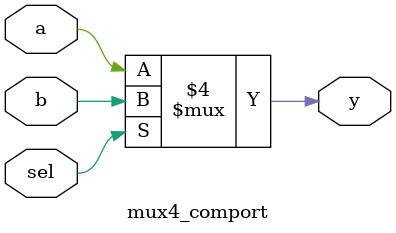
<source format=v>
/*
Program: CI Digital T2/2025
Class: Introdução à Verilog  
Class-ID: D122
Advisor: Felipe Rocha 
Advisor-Contact: felipef.rocha@inatel.br
Institute: INATEL - Santa Rita do Sapucaí / MG  
Development: André Bezerra 
Student-Contact: andrefrbezerra@gmail.com
Task-ID: A-101
Type: Laboratory
Data: octuber, 29 2025
*/

`timescale 1 ns / 1 ps;

/* 
1 - RTL          	-> portas lógicas
2 - Estrutural   	-> instancias 
3 - Comportamental	-> always or initial
*/

// Separar os arquivos

// 1ª Parte do Exercício 2
module mux2(a, b, sel, y);
    input a, b, sel;
    output y;

assign y = sel ? a : b; 

endmodule

// 2ª Parte do Exercício 2
module mux3(
   input [1:0] D, sel,
   output y
);

assign y = sel ? D[0] : D[1]; 

endmodule

module mux_est(a, b, sel, y); //estrutural
    input a, b, sel;
    output y;

    wire w1, w2;

    or I1(y,w1,w2);
    and I2(w1,!sel,a);
    and I3(w2, sel,b);

endmodule

module mux_rtl(a, b, sel, y);
    input a, b, sel;
    output y;

    wire n_sel, and1, and2;

    assign n_sel = ~sel;
    assign and1 = a & n_sel;
    assign and2 = sel & b;
    assign y = and1 | and2;

endmodule

/*
    Atividade 3
*/
module mux4_comport(a, b, sel, y); //comportamental 
    input a, b, sel;
    output reg y;

    always@(*) begin
        if(sel == 1'b0)
            y = a;
        else
            y = b;
    end

endmodule

</source>
